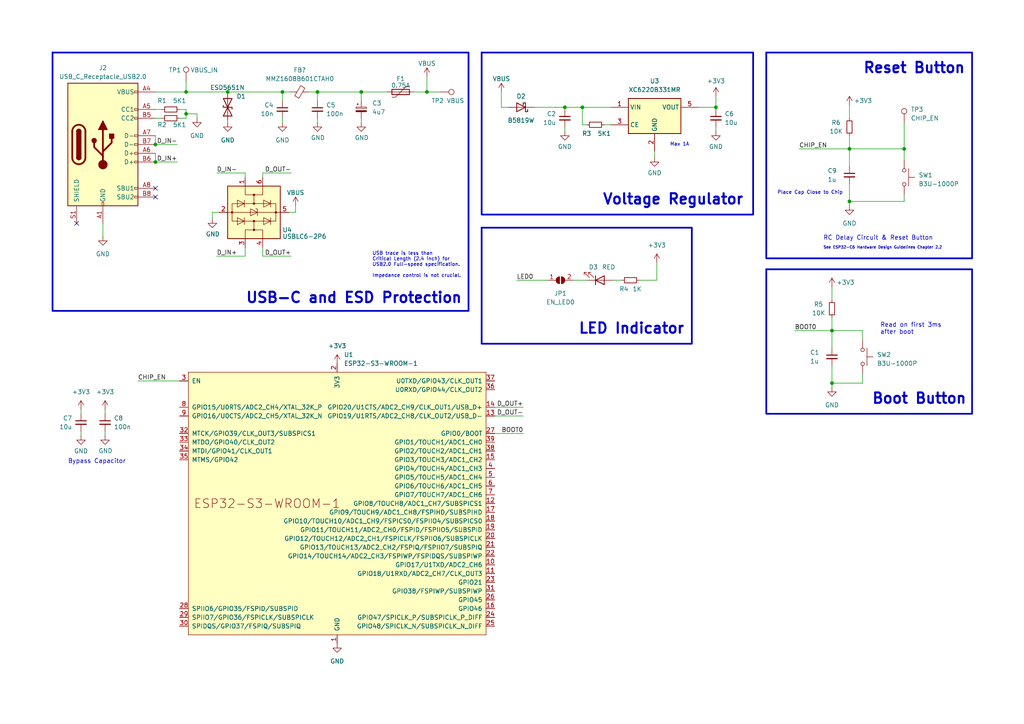
<source format=kicad_sch>
(kicad_sch (version 20230121) (generator eeschema)
  (paper "A4")
  (title_block (title "PETB1A") (date "2024-02-19") (rev "1") (company "Teapot Laboratories"))
  (lib_symbols
    (symbol "Connector:TestPoint" (pin_numbers hide) (pin_names (offset 0.762) hide)
      (property "Reference" "TP" (at 0 6.858 0))
      (property "Value" "TestPoint" (at 0 5.08 0))
      (symbol "TestPoint_0_1"
        (circle (center 0 3.302) (radius 0.762))
      )
      (symbol "TestPoint_1_1"
        (pin passive line (at 0 0 90) (length 2.54) (name "1") (number "1"))
      )
    )
    (symbol "Connector:USB_C_Receptacle_USB2.0" (pin_names (offset 1.016))
      (property "Reference" "J" (at -10.16 19.05 0))
      (property "Value" "USB_C_Receptacle_USB2.0" (at 19.05 19.05 0))
      (symbol "USB_C_Receptacle_USB2.0_0_0"
        (rectangle (start -0.254 -17.78) (end 0.254 -16.764))
        (rectangle (start 10.16 -14.986) (end 9.144 -15.494))
        (rectangle (start 10.16 -12.446) (end 9.144 -12.954))
        (rectangle (start 10.16 -4.826) (end 9.144 -5.334))
        (rectangle (start 10.16 -2.286) (end 9.144 -2.794))
        (rectangle (start 10.16 0.254) (end 9.144 -0.254))
        (rectangle (start 10.16 2.794) (end 9.144 2.286))
        (rectangle (start 10.16 7.874) (end 9.144 7.366))
        (rectangle (start 10.16 10.414) (end 9.144 9.906))
        (rectangle (start 10.16 15.494) (end 9.144 14.986))
      )
      (symbol "USB_C_Receptacle_USB2.0_0_1"
        (rectangle (start -10.16 17.78) (end 10.16 -17.78) (stroke (width 0.254)) (fill (type background)))
        (arc (start -8.89 -3.81) (mid -6.985 -5.7067) (end -5.08 -3.81) (stroke (width 0.508)))
        (arc (start -7.62 -3.81) (mid -6.985 -4.4423) (end -6.35 -3.81) (stroke (width 0.254)))
        (arc (start -7.62 -3.81) (mid -6.985 -4.4423) (end -6.35 -3.81) (stroke (width 0.254)) (fill (type outline)))
        (rectangle (start -7.62 -3.81) (end -6.35 3.81) (stroke (width 0.254)) (fill (type outline)))
        (arc (start -6.35 3.81) (mid -6.985 4.4423) (end -7.62 3.81) (stroke (width 0.254)))
        (arc (start -6.35 3.81) (mid -6.985 4.4423) (end -7.62 3.81) (stroke (width 0.254)) (fill (type outline)))
        (arc (start -5.08 3.81) (mid -6.985 5.7067) (end -8.89 3.81) (stroke (width 0.508)))
        (circle (center -2.54 1.143) (radius 0.635) (stroke (width 0.254)) (fill (type outline)))
        (circle (center 0 -5.842) (radius 1.27) (fill (type outline)))
        (polyline (pts (xy -8.89 -3.81) (xy -8.89 3.81)) (stroke (width 0.508)))
        (polyline (pts (xy -5.08 3.81) (xy -5.08 -3.81)) (stroke (width 0.508)))
        (polyline (pts (xy 0 -5.842) (xy 0 4.318)) (stroke (width 0.508)))
        (polyline (pts (xy 0 -3.302) (xy -2.54 -0.762) (xy -2.54 0.508)) (stroke (width 0.508)))
        (polyline (pts (xy 0 -2.032) (xy 2.54 0.508) (xy 2.54 1.778)) (stroke (width 0.508)))
        (polyline (pts (xy -1.27 4.318) (xy 0 6.858) (xy 1.27 4.318) (xy -1.27 4.318)) (stroke (width 0.254)) (fill (type outline)))
        (rectangle (start 1.905 1.778) (end 3.175 3.048) (stroke (width 0.254)) (fill (type outline)))
      )
      (symbol "USB_C_Receptacle_USB2.0_1_1"
        (pin passive line (at 0 -22.86 90) (length 5.08) (name "GND") (number "A1"))
        (pin passive line (at 0 -22.86 90) (length 5.08) hide (name "GND") (number "A12"))
        (pin passive line (at 15.24 15.24 180) (length 5.08) (name "VBUS") (number "A4"))
        (pin bidirectional line (at 15.24 10.16 180) (length 5.08) (name "CC1") (number "A5"))
        (pin bidirectional line (at 15.24 -2.54 180) (length 5.08) (name "D+") (number "A6"))
        (pin bidirectional line (at 15.24 2.54 180) (length 5.08) (name "D-") (number "A7"))
        (pin bidirectional line (at 15.24 -12.7 180) (length 5.08) (name "SBU1") (number "A8"))
        (pin passive line (at 15.24 15.24 180) (length 5.08) hide (name "VBUS") (number "A9"))
        (pin passive line (at 0 -22.86 90) (length 5.08) hide (name "GND") (number "B1"))
        (pin passive line (at 0 -22.86 90) (length 5.08) hide (name "GND") (number "B12"))
        (pin passive line (at 15.24 15.24 180) (length 5.08) hide (name "VBUS") (number "B4"))
        (pin bidirectional line (at 15.24 7.62 180) (length 5.08) (name "CC2") (number "B5"))
        (pin bidirectional line (at 15.24 -5.08 180) (length 5.08) (name "D+") (number "B6"))
        (pin bidirectional line (at 15.24 0 180) (length 5.08) (name "D-") (number "B7"))
        (pin bidirectional line (at 15.24 -15.24 180) (length 5.08) (name "SBU2") (number "B8"))
        (pin passive line (at 15.24 15.24 180) (length 5.08) hide (name "VBUS") (number "B9"))
        (pin passive line (at -7.62 -22.86 90) (length 5.08) (name "SHIELD") (number "S1"))
      )
    )
    (symbol "Device:C_Polarized_Small" (pin_numbers hide) (pin_names (offset 0.254) hide)
      (property "Reference" "C" (at 0.254 1.778 0))
      (property "Value" "C_Polarized_Small" (at 0.254 -2.032 0))
      (symbol "C_Polarized_Small_0_1"
        (rectangle (start -1.524 -0.3048) (end 1.524 -0.6858) (fill (type outline)))
        (rectangle (start -1.524 0.6858) (end 1.524 0.3048))
        (polyline (pts (xy -1.27 1.524) (xy -0.762 1.524)))
        (polyline (pts (xy -1.016 1.27) (xy -1.016 1.778)))
      )
      (symbol "C_Polarized_Small_1_1"
        (pin passive line (at 0 2.54 270) (length 1.8542) (name "~") (number "1"))
        (pin passive line (at 0 -2.54 90) (length 1.8542) (name "~") (number "2"))
      )
    )
    (symbol "Device:C_Small" (pin_numbers hide) (pin_names (offset 0.254) hide)
      (property "Reference" "C" (at 0.254 1.778 0))
      (property "Value" "C_Small" (at 0.254 -2.032 0))
      (symbol "C_Small_0_1"
        (polyline (pts (xy -1.524 -0.508) (xy 1.524 -0.508)) (stroke (width 0.3302)))
        (polyline (pts (xy -1.524 0.508) (xy 1.524 0.508)) (stroke (width 0.3048)))
      )
      (symbol "C_Small_1_1"
        (pin passive line (at 0 2.54 270) (length 2.032) (name "~") (number "1"))
        (pin passive line (at 0 -2.54 90) (length 2.032) (name "~") (number "2"))
      )
    )
    (symbol "Device:D_TVS" (pin_numbers hide) (pin_names (offset 1.016) hide)
      (property "Reference" "D" (at 0 2.54 0))
      (property "Value" "D_TVS" (at 0 -2.54 0))
      (symbol "D_TVS_0_1"
        (polyline (pts (xy 1.27 0) (xy -1.27 0)))
        (polyline (pts (xy 0.508 1.27) (xy 0 1.27) (xy 0 -1.27) (xy -0.508 -1.27)) (stroke (width 0.254)))
        (polyline (pts (xy -2.54 1.27) (xy -2.54 -1.27) (xy 2.54 1.27) (xy 2.54 -1.27) (xy -2.54 1.27)) (stroke (width 0.254)))
      )
      (symbol "D_TVS_1_1"
        (pin passive line (at -3.81 0 0) (length 2.54) (name "A1") (number "1"))
        (pin passive line (at 3.81 0 180) (length 2.54) (name "A2") (number "2"))
      )
    )
    (symbol "Device:FerriteBead_Small" (pin_numbers hide) (pin_names (offset 0))
      (property "Reference" "FB" (at 1.905 1.27 0))
      (property "Value" "FerriteBead_Small" (at 1.905 -1.27 0))
      (symbol "FerriteBead_Small_0_1"
        (polyline (pts (xy 0 -1.27) (xy 0 -0.7874)))
        (polyline (pts (xy 0 0.889) (xy 0 1.2954)))
        (polyline (pts (xy -1.8288 0.2794) (xy -1.1176 1.4986) (xy 1.8288 -0.2032) (xy 1.1176 -1.4224) (xy -1.8288 0.2794)))
      )
      (symbol "FerriteBead_Small_1_1"
        (pin passive line (at 0 2.54 270) (length 1.27) (name "~") (number "1"))
        (pin passive line (at 0 -2.54 90) (length 1.27) (name "~") (number "2"))
      )
    )
    (symbol "Device:LED" (pin_numbers hide) (pin_names (offset 1.016) hide)
      (property "Reference" "D" (at 0 2.54 0))
      (property "Value" "LED" (at 0 -2.54 0))
      (symbol "LED_0_1"
        (polyline (pts (xy -1.27 -1.27) (xy -1.27 1.27)) (stroke (width 0.254)))
        (polyline (pts (xy -1.27 0) (xy 1.27 0)))
        (polyline (pts (xy 1.27 -1.27) (xy 1.27 1.27) (xy -1.27 0) (xy 1.27 -1.27)) (stroke (width 0.254)))
        (polyline (pts (xy -3.048 -0.762) (xy -4.572 -2.286) (xy -3.81 -2.286) (xy -4.572 -2.286) (xy -4.572 -1.524)))
        (polyline (pts (xy -1.778 -0.762) (xy -3.302 -2.286) (xy -2.54 -2.286) (xy -3.302 -2.286) (xy -3.302 -1.524)))
      )
      (symbol "LED_1_1"
        (pin passive line (at -3.81 0 0) (length 2.54) (name "K") (number "1"))
        (pin passive line (at 3.81 0 180) (length 2.54) (name "A") (number "2"))
      )
    )
    (symbol "Device:Polyfuse" (pin_numbers hide) (pin_names (offset 0))
      (property "Reference" "F" (at -2.54 0 90))
      (property "Value" "Polyfuse" (at 2.54 0 90))
      (symbol "Polyfuse_0_1"
        (rectangle (start -0.762 2.54) (end 0.762 -2.54) (stroke (width 0.254)))
        (polyline (pts (xy 0 2.54) (xy 0 -2.54)))
        (polyline (pts (xy -1.524 2.54) (xy -1.524 1.524) (xy 1.524 -1.524) (xy 1.524 -2.54)))
      )
      (symbol "Polyfuse_1_1"
        (pin passive line (at 0 3.81 270) (length 1.27) (name "~") (number "1"))
        (pin passive line (at 0 -3.81 90) (length 1.27) (name "~") (number "2"))
      )
    )
    (symbol "Device:R_Small" (pin_numbers hide) (pin_names (offset 0.254) hide)
      (property "Reference" "R" (at 0.762 0.508 0))
      (property "Value" "R_Small" (at 0.762 -1.016 0))
      (symbol "R_Small_0_1"
        (rectangle (start -0.762 1.778) (end 0.762 -1.778) (stroke (width 0.2032)))
      )
      (symbol "R_Small_1_1"
        (pin passive line (at 0 2.54 270) (length 0.762) (name "~") (number "1"))
        (pin passive line (at 0 -2.54 90) (length 0.762) (name "~") (number "2"))
      )
    )
    (symbol "Diode:MBR0540" (pin_numbers hide) (pin_names (offset 1.016) hide)
      (property "Reference" "D" (at 0 2.54 0))
      (property "Value" "MBR0540" (at 0 -2.54 0))
      (symbol "MBR0540_0_1"
        (polyline (pts (xy 1.27 0) (xy -1.27 0)))
        (polyline (pts (xy 1.27 1.27) (xy 1.27 -1.27) (xy -1.27 0) (xy 1.27 1.27)) (stroke (width 0.254)))
        (polyline (pts (xy -1.905 0.635) (xy -1.905 1.27) (xy -1.27 1.27) (xy -1.27 -1.27) (xy -0.635 -1.27) (xy -0.635 -0.635)) (stroke (width 0.254)))
      )
      (symbol "MBR0540_1_1"
        (pin passive line (at -3.81 0 0) (length 2.54) (name "K") (number "1"))
        (pin passive line (at 3.81 0 180) (length 2.54) (name "A") (number "2"))
      )
    )
    (symbol "Espressif:ESP32-S3-WROOM-1" (pin_names (offset 1.016))
      (property "Reference" "U" (at -43.18 43.18 0))
      (property "Value" "ESP32-S3-WROOM-1" (at -43.18 40.64 0))
      (symbol "ESP32-S3-WROOM-1_0_0"
        (text "ESP32-S3-WROOM-1" (at -20.32 0 0) (effects (font (size 2.54 2.54))))
        (pin power_in line (at 0 -40.64 90) (length 2.54) (name "GND") (number "1"))
        (pin bidirectional line (at 45.72 -17.78 180) (length 2.54) (name "GPIO17/U1TXD/ADC2_CH6") (number "10"))
        (pin bidirectional line (at 45.72 -20.32 180) (length 2.54) (name "GPIO18/U1RXD/ADC2_CH7/CLK_OUT3") (number "11"))
        (pin bidirectional line (at 45.72 0 180) (length 2.54) (name "GPIO8/TOUCH8/ADC1_CH7/SUBSPICS1") (number "12"))
        (pin bidirectional line (at 45.72 25.4 180) (length 2.54) (name "GPIO19/U1RTS/ADC2_CH8/CLK_OUT2/USB_D-") (number "13"))
        (pin bidirectional line (at 45.72 27.94 180) (length 2.54) (name "GPIO20/U1CTS/ADC2_CH9/CLK_OUT1/USB_D+") (number "14"))
        (pin bidirectional line (at 45.72 12.7 180) (length 2.54) (name "GPIO3/TOUCH3/ADC1_CH2") (number "15"))
        (pin bidirectional line (at 45.72 -30.48 180) (length 2.54) (name "GPIO46") (number "16"))
        (pin bidirectional line (at 45.72 -2.54 180) (length 2.54) (name "GPIO9/TOUCH9/ADC1_CH8/FSPIHD/SUBSPIHD") (number "17"))
        (pin bidirectional line (at 45.72 -5.08 180) (length 2.54) (name "GPIO10/TOUCH10/ADC1_CH9/FSPICS0/FSPIIO4/SUBSPICS0") (number "18"))
        (pin bidirectional line (at 45.72 -7.62 180) (length 2.54) (name "GPIO11/TOUCH11/ADC2_CH0/FSPID/FSPIIO5/SUBSPID") (number "19"))
        (pin power_in line (at 0 40.64 270) (length 2.54) (name "3V3") (number "2"))
        (pin bidirectional line (at 45.72 -10.16 180) (length 2.54) (name "GPIO12/TOUCH12/ADC2_CH1/FSPICLK/FSPIIO6/SUBSPICLK") (number "20"))
        (pin bidirectional line (at 45.72 -12.7 180) (length 2.54) (name "GPIO13/TOUCH13/ADC2_CH2/FSPIQ/FSPIIO7/SUBSPIQ") (number "21"))
        (pin bidirectional line (at 45.72 -15.24 180) (length 2.54) (name "GPIO14/TOUCH14/ADC2_CH3/FSPIWP/FSPIDQS/SUBSPIWP") (number "22"))
        (pin bidirectional line (at 45.72 -22.86 180) (length 2.54) (name "GPIO21") (number "23"))
        (pin bidirectional line (at 45.72 -33.02 180) (length 2.54) (name "GPIO47/SPICLK_P/SUBSPICLK_P_DIFF") (number "24"))
        (pin bidirectional line (at 45.72 -35.56 180) (length 2.54) (name "GPIO48/SPICLK_N/SUBSPICLK_N_DIFF") (number "25"))
        (pin bidirectional line (at 45.72 -27.94 180) (length 2.54) (name "GPIO45") (number "26"))
        (pin bidirectional line (at 45.72 20.32 180) (length 2.54) (name "GPIO0/BOOT") (number "27"))
        (pin bidirectional line (at -45.72 -30.48 0) (length 2.54) (name "SPIIO6/GPIO35/FSPID/SUBSPID") (number "28"))
        (pin bidirectional line (at -45.72 -33.02 0) (length 2.54) (name "SPIIO7/GPIO36/FSPICLK/SUBSPICLK") (number "29"))
        (pin input line (at -45.72 35.56 0) (length 2.54) (name "EN") (number "3"))
        (pin bidirectional line (at -45.72 -35.56 0) (length 2.54) (name "SPIDQS/GPIO37/FSPIQ/SUBSPIQ") (number "30"))
        (pin bidirectional line (at 45.72 -25.4 180) (length 2.54) (name "GPIO38/FSPIWP/SUBSPIWP") (number "31"))
        (pin bidirectional line (at -45.72 20.32 0) (length 2.54) (name "MTCK/GPIO39/CLK_OUT3/SUBSPICS1") (number "32"))
        (pin bidirectional line (at -45.72 17.78 0) (length 2.54) (name "MTDO/GPIO40/CLK_OUT2") (number "33"))
        (pin bidirectional line (at -45.72 15.24 0) (length 2.54) (name "MTDI/GPIO41/CLK_OUT1") (number "34"))
        (pin bidirectional line (at -45.72 12.7 0) (length 2.54) (name "MTMS/GPIO42") (number "35"))
        (pin bidirectional line (at 45.72 33.02 180) (length 2.54) (name "U0RXD/GPIO44/CLK_OUT2") (number "36"))
        (pin bidirectional line (at 45.72 35.56 180) (length 2.54) (name "U0TXD/GPIO43/CLK_OUT1") (number "37"))
        (pin bidirectional line (at 45.72 15.24 180) (length 2.54) (name "GPIO2/TOUCH2/ADC1_CH1") (number "38"))
        (pin bidirectional line (at 45.72 17.78 180) (length 2.54) (name "GPIO1/TOUCH1/ADC1_CH0") (number "39"))
        (pin bidirectional line (at 45.72 10.16 180) (length 2.54) (name "GPIO4/TOUCH4/ADC1_CH3") (number "4"))
        (pin passive line (at 0 -40.64 90) (length 2.54) hide (name "GND") (number "40"))
        (pin passive line (at 0 -40.64 90) (length 2.54) hide (name "GND") (number "41"))
        (pin bidirectional line (at 45.72 7.62 180) (length 2.54) (name "GPIO5/TOUCH5/ADC1_CH4") (number "5"))
        (pin bidirectional line (at 45.72 5.08 180) (length 2.54) (name "GPIO6/TOUCH6/ADC1_CH5") (number "6"))
        (pin bidirectional line (at 45.72 2.54 180) (length 2.54) (name "GPIO7/TOUCH7/ADC1_CH6") (number "7"))
        (pin bidirectional line (at -45.72 27.94 0) (length 2.54) (name "GPIO15/U0RTS/ADC2_CH4/XTAL_32K_P") (number "8"))
        (pin bidirectional line (at -45.72 25.4 0) (length 2.54) (name "GPIO16/U0CTS/ADC2_CH5/XTAL_32K_N") (number "9"))
      )
      (symbol "ESP32-S3-WROOM-1_0_1"
        (rectangle (start -43.18 38.1) (end 43.18 -38.1) (fill (type background)))
      )
    )
    (symbol "GND_1" (power) (pin_names (offset 0))
      (property "Value" "GND_1" (at 0 -3.81 0))
      (symbol "GND_1_0_1"
        (polyline (pts (xy 0 0) (xy 0 -1.27) (xy 1.27 -1.27) (xy 0 -2.54) (xy -1.27 -1.27) (xy 0 -1.27)))
      )
      (symbol "GND_1_1_1"
        (pin power_in line (at 0 0 270) (length 0) hide (name "GND") (number "1"))
      )
    )
    (symbol "Jumper:SolderJumper_2_Open" (pin_names (offset 0) hide)
      (property "Reference" "JP" (at 0 2.032 0))
      (property "Value" "SolderJumper_2_Open" (at 0 -2.54 0))
      (symbol "SolderJumper_2_Open_0_1"
        (arc (start -0.254 1.016) (mid -1.2656 0) (end -0.254 -1.016))
        (arc (start -0.254 1.016) (mid -1.2656 0) (end -0.254 -1.016) (fill (type outline)))
        (polyline (pts (xy -0.254 1.016) (xy -0.254 -1.016)))
        (polyline (pts (xy 0.254 1.016) (xy 0.254 -1.016)))
        (arc (start 0.254 -1.016) (mid 1.2656 0) (end 0.254 1.016))
        (arc (start 0.254 -1.016) (mid 1.2656 0) (end 0.254 1.016) (fill (type outline)))
      )
      (symbol "SolderJumper_2_Open_1_1"
        (pin passive line (at -3.81 0 0) (length 2.54) (name "A") (number "1"))
        (pin passive line (at 3.81 0 180) (length 2.54) (name "B") (number "2"))
      )
    )
    (symbol "Power_Protection:USBLC6-2P6" (pin_names hide)
      (property "Reference" "U" (at 2.54 8.89 0))
      (property "Value" "USBLC6-2P6" (at 2.54 -8.89 0))
      (symbol "USBLC6-2P6_0_1"
        (rectangle (start -7.62 -7.62) (end 7.62 7.62) (stroke (width 0.254)) (fill (type background)))
        (circle (center -5.08 0) (radius 0.254) (fill (type outline)))
        (circle (center -2.54 0) (radius 0.254) (fill (type outline)))
        (rectangle (start -2.54 6.35) (end 2.54 -6.35))
        (circle (center 0 -6.35) (radius 0.254) (fill (type outline)))
        (polyline (pts (xy -5.08 -2.54) (xy -7.62 -2.54)))
        (polyline (pts (xy -5.08 0) (xy -5.08 -2.54)))
        (polyline (pts (xy -5.08 2.54) (xy -7.62 2.54)))
        (polyline (pts (xy -1.524 -2.794) (xy -3.556 -2.794)))
        (polyline (pts (xy -1.524 4.826) (xy -3.556 4.826)))
        (polyline (pts (xy 0 -7.62) (xy 0 -6.35)))
        (polyline (pts (xy 0 -6.35) (xy 0 1.27)))
        (polyline (pts (xy 0 1.27) (xy 0 6.35)))
        (polyline (pts (xy 0 6.35) (xy 0 7.62)))
        (polyline (pts (xy 1.524 -2.794) (xy 3.556 -2.794)))
        (polyline (pts (xy 1.524 4.826) (xy 3.556 4.826)))
        (polyline (pts (xy 5.08 -2.54) (xy 7.62 -2.54)))
        (polyline (pts (xy 5.08 0) (xy 5.08 -2.54)))
        (polyline (pts (xy 5.08 2.54) (xy 7.62 2.54)))
        (polyline (pts (xy -2.54 0) (xy -5.08 0) (xy -5.08 2.54)))
        (polyline (pts (xy 2.54 0) (xy 5.08 0) (xy 5.08 2.54)))
        (polyline (pts (xy -3.556 -4.826) (xy -1.524 -4.826) (xy -2.54 -2.794) (xy -3.556 -4.826)))
        (polyline (pts (xy -3.556 2.794) (xy -1.524 2.794) (xy -2.54 4.826) (xy -3.556 2.794)))
        (polyline (pts (xy -1.016 -1.016) (xy 1.016 -1.016) (xy 0 1.016) (xy -1.016 -1.016)))
        (polyline (pts (xy 1.016 1.016) (xy 0.762 1.016) (xy -1.016 1.016) (xy -1.016 0.508)))
        (polyline (pts (xy 3.556 -4.826) (xy 1.524 -4.826) (xy 2.54 -2.794) (xy 3.556 -4.826)))
        (polyline (pts (xy 3.556 2.794) (xy 1.524 2.794) (xy 2.54 4.826) (xy 3.556 2.794)))
        (circle (center 0 6.35) (radius 0.254) (fill (type outline)))
        (circle (center 2.54 0) (radius 0.254) (fill (type outline)))
        (circle (center 5.08 0) (radius 0.254) (fill (type outline)))
      )
      (symbol "USBLC6-2P6_1_1"
        (pin passive line (at -10.16 -2.54 0) (length 2.54) (name "I/O1") (number "1"))
        (pin passive line (at 0 -10.16 90) (length 2.54) (name "GND") (number "2"))
        (pin passive line (at 10.16 -2.54 180) (length 2.54) (name "I/O2") (number "3"))
        (pin passive line (at 10.16 2.54 180) (length 2.54) (name "I/O2") (number "4"))
        (pin passive line (at 0 10.16 270) (length 2.54) (name "VBUS") (number "5"))
        (pin passive line (at -10.16 2.54 0) (length 2.54) (name "I/O1") (number "6"))
      )
    )
    (symbol "Regulator_Linear:XC6220B331MR"
      (property "Reference" "U" (at 0 8.89 0))
      (property "Value" "XC6220B331MR" (at 0 6.35 0))
      (symbol "XC6220B331MR_0_1"
        (rectangle (start -7.62 5.08) (end 7.62 -5.08) (stroke (width 0.254)) (fill (type background)))
      )
      (symbol "XC6220B331MR_1_1"
        (pin power_in line (at -12.7 2.54 0) (length 5.08) (name "VIN") (number "1"))
        (pin power_in line (at 0 -10.16 90) (length 5.08) (name "GND") (number "2"))
        (pin input line (at -12.7 -2.54 0) (length 5.08) (name "CE") (number "3"))
        (pin no_connect line (at 7.62 -2.54 180) (length 5.08) hide (name "NC") (number "4"))
        (pin power_out line (at 12.7 2.54 180) (length 5.08) (name "VOUT") (number "5"))
      )
    )
    (symbol "Switch:SW_Push" (pin_numbers hide) (pin_names (offset 1.016) hide)
      (property "Reference" "SW" (at 1.27 2.54 0))
      (property "Value" "SW_Push" (at 0 -1.524 0))
      (symbol "SW_Push_0_1"
        (circle (center -2.032 0) (radius 0.508))
        (polyline (pts (xy 0 1.27) (xy 0 3.048)))
        (polyline (pts (xy 2.54 1.27) (xy -2.54 1.27)))
        (circle (center 2.032 0) (radius 0.508))
        (pin passive line (at -5.08 0 0) (length 2.54) (name "1") (number "1"))
        (pin passive line (at 5.08 0 180) (length 2.54) (name "2") (number "2"))
      )
    )
    (symbol "power:+3V3" (power) (pin_names (offset 0))
      (property "Value" "+3V3" (at 0 3.556 0))
      (symbol "+3V3_0_1"
        (polyline (pts (xy -0.762 1.27) (xy 0 2.54)))
        (polyline (pts (xy 0 0) (xy 0 2.54)))
        (polyline (pts (xy 0 2.54) (xy 0.762 1.27)))
      )
      (symbol "+3V3_1_1"
        (pin power_in line (at 0 0 90) (length 0) hide (name "+3V3") (number "1"))
      )
    )
    (symbol "power:GND" (power) (pin_names (offset 0))
      (property "Value" "GND" (at 0 -3.81 0))
      (symbol "GND_0_1"
        (polyline (pts (xy 0 0) (xy 0 -1.27) (xy 1.27 -1.27) (xy 0 -2.54) (xy -1.27 -1.27) (xy 0 -1.27)))
      )
      (symbol "GND_1_1"
        (pin power_in line (at 0 0 270) (length 0) hide (name "GND") (number "1"))
      )
    )
    (symbol "power:VBUS" (power) (pin_names (offset 0))
      (property "Value" "VBUS" (at 0 3.81 0))
      (symbol "VBUS_0_1"
        (polyline (pts (xy -0.762 1.27) (xy 0 2.54)))
        (polyline (pts (xy 0 0) (xy 0 2.54)))
        (polyline (pts (xy 0 2.54) (xy 0.762 1.27)))
      )
      (symbol "VBUS_1_1"
        (pin power_in line (at 0 0 90) (length 0) hide (name "VBUS") (number "1"))
      )
    )
  )
  (junction (at 123.825 26.67))
  (junction (at 207.645 31.115))
  (junction (at 246.38 43.18))
  (junction (at 45.085 46.99))
  (junction (at 241.3 111.125))
  (junction (at 66.04 26.67))
  (junction (at 104.775 26.67))
  (junction (at 241.3 95.885))
  (junction (at 92.075 26.67))
  (junction (at 45.085 41.91))
  (junction (at 163.83 31.115))
  (junction (at 262.255 43.18))
  (junction (at 246.38 58.42))
  (junction (at 168.91 31.115))
  (junction (at 53.975 33.02))
  (junction (at 53.975 26.67))
  (junction (at 81.915 26.67))
  (no_connect (at 45.085 57.15))
  (no_connect (at 22.225 64.77))
  (no_connect (at 45.085 54.61))
  (wire (pts (xy 143.51 125.73) (xy 151.765 125.73)))
  (wire (pts (xy 145.415 26.67) (xy 145.415 31.115)))
  (wire (pts (xy 81.915 26.67) (xy 84.455 26.67)))
  (wire (pts (xy 104.775 29.21) (xy 104.775 26.67)))
  (wire (pts (xy 241.3 95.885) (xy 250.19 95.885)))
  (wire (pts (xy 190.5 76.2) (xy 190.5 81.28)))
  (wire (pts (xy 71.12 71.755) (xy 71.12 74.295)))
  (wire (pts (xy 246.38 53.34) (xy 246.38 58.42)))
  (wire (pts (xy 45.085 41.91) (xy 51.435 41.91)))
  (wire (pts (xy 123.825 22.225) (xy 123.825 26.67)))
  (wire (pts (xy 123.825 26.67) (xy 127.635 26.67)))
  (wire (pts (xy 76.2 74.295) (xy 84.455 74.295)))
  (wire (pts (xy 143.51 118.11) (xy 151.765 118.11)))
  (wire (pts (xy 145.415 31.115) (xy 147.32 31.115)))
  (wire (pts (xy 89.535 26.67) (xy 92.075 26.67)))
  (wire (pts (xy 66.04 26.67) (xy 81.915 26.67)))
  (wire (pts (xy 168.91 31.115) (xy 177.165 31.115)))
  (wire (pts (xy 149.86 81.28) (xy 158.75 81.28)))
  (wire (pts (xy 45.085 34.29) (xy 46.99 34.29)))
  (wire (pts (xy 250.19 108.585) (xy 250.19 111.125)))
  (wire (pts (xy 81.915 26.67) (xy 81.915 29.21)))
  (wire (pts (xy 57.15 33.02) (xy 57.15 34.29)))
  (wire (pts (xy 30.48 125.095) (xy 30.48 126.365)))
  (wire (pts (xy 62.865 74.295) (xy 71.12 74.295)))
  (wire (pts (xy 63.5 61.595) (xy 61.595 61.595)))
  (wire (pts (xy 262.255 43.18) (xy 262.255 46.355)))
  (wire (pts (xy 85.725 61.595) (xy 83.82 61.595)))
  (wire (pts (xy 45.085 26.67) (xy 53.975 26.67)))
  (wire (pts (xy 202.565 31.115) (xy 207.645 31.115)))
  (wire (pts (xy 92.075 26.67) (xy 92.075 29.21)))
  (wire (pts (xy 53.975 33.02) (xy 57.15 33.02)))
  (wire (pts (xy 246.38 43.18) (xy 246.38 39.37)))
  (wire (pts (xy 231.775 43.18) (xy 246.38 43.18)))
  (wire (pts (xy 53.975 34.29) (xy 52.07 34.29)))
  (wire (pts (xy 250.19 95.885) (xy 250.19 98.425)))
  (wire (pts (xy 154.94 31.115) (xy 163.83 31.115)))
  (wire (pts (xy 120.015 26.67) (xy 123.825 26.67)))
  (wire (pts (xy 92.075 26.67) (xy 104.775 26.67)))
  (wire (pts (xy 143.51 120.65) (xy 151.765 120.65)))
  (wire (pts (xy 207.645 36.83) (xy 207.645 38.1)))
  (wire (pts (xy 262.255 56.515) (xy 262.255 58.42)))
  (wire (pts (xy 207.645 27.94) (xy 207.645 31.115)))
  (wire (pts (xy 76.2 50.165) (xy 76.2 51.435)))
  (wire (pts (xy 23.495 118.745) (xy 23.495 120.015)))
  (wire (pts (xy 241.3 111.125) (xy 241.3 112.395)))
  (wire (pts (xy 53.975 26.67) (xy 66.04 26.67)))
  (wire (pts (xy 163.83 31.115) (xy 163.83 31.75)))
  (wire (pts (xy 168.91 31.115) (xy 168.91 36.195)))
  (wire (pts (xy 241.3 83.185) (xy 241.3 86.995)))
  (wire (pts (xy 85.725 61.595) (xy 85.725 59.69)))
  (wire (pts (xy 29.845 64.77) (xy 29.845 68.58)))
  (wire (pts (xy 66.04 34.925) (xy 66.04 35.56)))
  (wire (pts (xy 246.38 58.42) (xy 262.255 58.42)))
  (wire (pts (xy 23.495 125.095) (xy 23.495 126.365)))
  (wire (pts (xy 246.38 43.18) (xy 246.38 48.26)))
  (wire (pts (xy 175.26 36.195) (xy 177.165 36.195)))
  (wire (pts (xy 170.18 36.195) (xy 168.91 36.195)))
  (wire (pts (xy 45.085 46.99) (xy 51.435 46.99)))
  (wire (pts (xy 104.775 34.29) (xy 104.775 35.56)))
  (wire (pts (xy 207.645 31.115) (xy 207.645 31.75)))
  (wire (pts (xy 53.975 23.495) (xy 53.975 26.67)))
  (wire (pts (xy 71.12 50.165) (xy 62.865 50.165)))
  (wire (pts (xy 66.04 26.67) (xy 66.04 27.305)))
  (wire (pts (xy 40.005 110.49) (xy 52.07 110.49)))
  (wire (pts (xy 45.085 39.37) (xy 45.085 41.91)))
  (wire (pts (xy 52.07 31.75) (xy 53.975 31.75)))
  (wire (pts (xy 104.775 26.67) (xy 112.395 26.67)))
  (wire (pts (xy 246.38 30.48) (xy 246.38 34.29)))
  (wire (pts (xy 163.83 36.83) (xy 163.83 38.1)))
  (wire (pts (xy 241.3 111.125) (xy 250.19 111.125)))
  (wire (pts (xy 241.3 95.885) (xy 241.3 100.965)))
  (wire (pts (xy 262.255 35.56) (xy 262.255 43.18)))
  (wire (pts (xy 189.865 43.815) (xy 189.865 45.72)))
  (wire (pts (xy 71.12 50.165) (xy 71.12 51.435)))
  (wire (pts (xy 76.2 71.755) (xy 76.2 74.295)))
  (wire (pts (xy 53.975 33.02) (xy 53.975 34.29)))
  (wire (pts (xy 76.2 50.165) (xy 84.455 50.165)))
  (wire (pts (xy 61.595 61.595) (xy 61.595 63.5)))
  (wire (pts (xy 92.075 34.29) (xy 92.075 35.56)))
  (wire (pts (xy 45.085 31.75) (xy 46.99 31.75)))
  (wire (pts (xy 45.085 44.45) (xy 45.085 46.99)))
  (wire (pts (xy 241.3 95.885) (xy 241.3 92.075)))
  (wire (pts (xy 166.37 81.28) (xy 170.18 81.28)))
  (wire (pts (xy 246.38 58.42) (xy 246.38 59.69)))
  (wire (pts (xy 163.83 31.115) (xy 168.91 31.115)))
  (wire (pts (xy 241.3 106.045) (xy 241.3 111.125)))
  (wire (pts (xy 53.975 31.75) (xy 53.975 33.02)))
  (wire (pts (xy 81.915 34.29) (xy 81.915 35.56)))
  (wire (pts (xy 185.42 81.28) (xy 190.5 81.28)))
  (wire (pts (xy 246.38 43.18) (xy 262.255 43.18)))
  (wire (pts (xy 177.8 81.28) (xy 180.34 81.28)))
  (wire (pts (xy 230.505 95.885) (xy 241.3 95.885)))
  (wire (pts (xy 30.48 118.745) (xy 30.48 120.015)))
  (rectangle (start 222.25 78.105) (end 281.94 120.015) (stroke (width 0.5)))
  (rectangle (start 222.25 15.24) (end 281.94 74.93) (stroke (width 0.5)))
  (rectangle (start 15.24 15.24) (end 135.89 90.17) (stroke (width 0.5)))
  (rectangle (start 139.7 66.04) (end 200.66 99.695) (stroke (width 0.5)))
  (rectangle (start 139.7 15.24) (end 218.44 62.23) (stroke (width 0.5)))
  (text "LED Indicator" (at 167.64 97.155 0) (effects (font (size 3 3) (thickness 0.6) bold) (justify left bottom)))
  (text "Max 1A" (at 194.31 42.545 0) (effects (font (size 1 1)) (justify left bottom)))
  (text "RC Delay Circuit & Reset Button" (at 238.76 69.85 0) (effects (font (size 1.27 1.27)) (justify left bottom)))
  (text "Boot Button" (at 252.73 117.475 0) (effects (font (size 3 3) (thickness 0.6) bold) (justify left bottom)))
  (text "Reset Button" (at 250.19 21.59 0) (effects (font (size 3 3) (thickness 0.6) bold) (justify left bottom)))
  (text "Place Cap Close to Chip" (at 244.475 56.515 0) (effects (font (size 1 1)) (justify right bottom)))
  (text "USB trace is less than \nCritical Length (2.4 inch) for\nUSB2.0 Full-speed specification.\n\nImpedance control is not crucial." (at 107.95 80.645 0) (effects (font (size 1 1)) (justify left bottom)))
  (text "Bypass Capacitor" (at 19.685 134.62 0) (effects (font (size 1.27 1.27)) (justify left bottom)))
  (text "USB-C and ESD Protection" (at 71.12 88.265 0) (effects (font (size 3 3) (thickness 0.6) bold) (justify left bottom)))
  (text "Voltage Regulator" (at 174.625 59.69 0) (effects (font (size 3 3) (thickness 0.6) bold) (justify left bottom)))
  (text "Read on first 3ms \nafter boot" (at 255.27 97.155 0) (effects (font (size 1.27 1.27)) (justify left bottom)))
  (text "See ESP32-C6 Hardware Design Guidelines Chapter 2.2" (at 238.76 72.39 0) (effects (font (size 0.8 0.8)) (justify left bottom)))
  (label "CHIP_EN" (at 40.005 110.49 0))
  (label "CHIP_EN" (at 231.775 43.18 0))
  (label "BOOT0" (at 230.505 95.885 0))
  (label "D_IN-" (at 62.865 50.165 0))
  (label "D_IN+" (at 62.865 74.295 0))
  (label "BOOT0" (at 151.765 125.73 180))
  (label "D_OUT+" (at 84.455 74.295 180))
  (label "D_OUT+" (at 151.765 118.11 180))
  (label "LED0" (at 149.86 81.28 0))
  (label "D_IN+" (at 51.435 46.99 180))
  (label "D_OUT-" (at 151.765 120.65 180))
  (label "D_IN-" (at 51.435 41.91 180))
  (label "D_OUT-" (at 84.455 50.165 180))
  (symbol (lib_id "power:GND") (at 66.04 35.56 0) (unit 1)
    (property "Reference" "#PWR09" (effects hide))
    (property "Value" "GND" (at 66.04 40.64 0))
  )
  (symbol (lib_id "power:+3V3") (at 190.5 76.2 0) (unit 1)
    (property "Reference" "#PWR017" (effects hide))
    (property "Value" "+3V3" (at 190.5 71.12 0))
  )
  (symbol (lib_id "Power_Protection:USBLC6-2P6") (at 73.66 61.595 270) (unit 1)
    (property "Reference" "U4" (at 81.915 66.675 90) (effects (justify left)))
    (property "Value" "USBLC6-2P6" (at 81.915 68.58 90) (effects (justify left)))
    (property "Footprint" "Package_TO_SOT_SMD:SOT-666" (effects hide))
    (property "Datasheet" "https://www.st.com/resource/en/datasheet/usblc6-2.pdf" (effects hide))
    (property "Part Description" "ESD Protection 6V 17V 2 Unidirectional 5.25V" (effects hide))
    (property "Manufacturer" "STMicroelectronics" (effects hide))
    (property "Manufacturer Part Number" "USBLC6-2P6" (effects hide))
    (property "Distributor" "LCSC" (effects hide))
    (property "Distributor Part Number" "C15999" (effects hide))
    (property "Distributor Link" "https://www.lcsc.com/product-detail/ESD-Protection-Devices_STMicroelectronics-USBLC6-2P6_C15999.html" (effects hide))
  )
  (symbol (lib_id "Connector:TestPoint") (at 262.255 35.56 0) (unit 1)
    (property "Reference" "TP3" (at 264.16 31.75 0) (effects (justify left)))
    (property "Value" "CHIP_EN" (at 264.16 34.29 0) (effects (justify left)))
    (property "Footprint" "TestPoint:TestPoint_Pad_D1.0mm" (effects hide))
  )
  (symbol (lib_id "Device:FerriteBead_Small") (at 86.995 26.67 90) (unit 1)
    (property "Reference" "FB?" (at 86.9569 20.32 90))
    (property "Value" "MMZ1608B601CTAH0" (at 86.9569 22.86 90))
    (property "Footprint" "Inductor_SMD:L_0603_1608Metric" (effects hide))
    (property "Part Description" "Ferrite Beads 400mΩ ±25% 600Ω@100MHz" (effects hide))
    (property "Manufacturer" "TDK" (effects hide))
    (property "Manufacturer Part Number" "MMZ1608B601CTAH0" (effects hide))
  )
  (symbol (lib_id "power:VBUS") (at 145.415 26.67 0) (unit 1)
    (property "Reference" "#PWR016" (effects hide))
    (property "Value" "VBUS" (at 145.415 22.86 0))
  )
  (symbol (lib_id "Device:C_Small") (at 163.83 34.29 0) (mirror y) (unit 1)
    (property "Reference" "C2" (at 161.29 33.0263 0) (effects (justify left)))
    (property "Value" "10u" (at 161.29 35.5663 0) (effects (justify left)))
    (property "Part Description" "Ceramic Capacitor 16V 10uF X7R ±10%" (effects hide))
  )
  (symbol (lib_id "power:GND") (at 61.595 63.5 0) (unit 1)
    (property "Reference" "#PWR05" (effects hide))
    (property "Value" "GND" (at 61.722 67.8942 0))
  )
  (symbol (lib_id "Device:R_Small") (at 172.72 36.195 90) (mirror x) (unit 1)
    (property "Reference" "R3" (at 170.18 38.735 90))
    (property "Value" "5K1" (at 175.26 38.735 90))
    (property "Footprint" "Resistor_SMD:R_0402_1005Metric" (effects hide))
    (property "Datasheet" "https://datasheet.lcsc.com/lcsc/2206010045_UNI-ROYAL-Uniroyal-Elec-0402WGF5101TCE_C25905.pdf" (effects hide))
    (property "Part Description" "Resistor 62.5mW ±1% 5.1kΩ" (effects hide))
    (property "Manufacturer" "UNI-ROYAL(Uniroyal Elec)" (effects hide))
    (property "Manufacturer Part Number" "0402WGF5101TCE" (effects hide))
    (property "Distributor" "LCSC" (effects hide))
    (property "Distributor Part Number" "C25905" (effects hide))
    (property "Distributor Link" "https://www.lcsc.com/product-detail/Chip-Resistor-Surface-Mount_UNI-ROYAL-Uniroyal-Elec-0402WGF5101TCE_C25905.html" (effects hide))
  )
  (symbol (lib_name "GND_1") (lib_id "power:GND") (at 207.645 38.1 0) (unit 1)
    (property "Reference" "#PWR014" (effects hide))
    (property "Value" "GND" (at 207.645 42.545 0))
  )
  (symbol (lib_id "Device:Polyfuse") (at 116.205 26.67 90) (unit 1)
    (property "Reference" "F1" (at 116.205 22.86 90))
    (property "Value" "0.75A" (at 116.205 24.765 90))
    (property "Footprint" "Fuse:Fuse_0805_2012Metric" (effects hide))
    (property "Datasheet" "https://datasheet.lcsc.com/lcsc/2304140030_RUILON-Shenzhen-Ruilongyuan-Elec-SMD0805P075TF_C20979.pdf" (effects hide))
    (property "Part Description" "Resettable Fuses 6V 750mA 40A 1.5A" (effects hide))
    (property "Manufacturer" "RUILON(Shenzhen Ruilongyuan Elec)" (effects hide))
    (property "Manufacturer Part Number" "SMD0805P075TF" (effects hide))
    (property "Distributor" "LCSC" (effects hide))
    (property "Distributor Part Number" "C20979" (effects hide))
    (property "Distributor Link" "https://www.lcsc.com/product-detail/Resettable-Fuses_RUILON-Shenzhen-Ruilongyuan-Elec-SMD0805P075TF_C20979.html" (effects hide))
  )
  (symbol (lib_id "Device:R_Small") (at 49.53 31.75 90) (unit 1)
    (property "Reference" "R1" (at 46.99 29.21 90))
    (property "Value" "5K1" (at 52.07 29.21 90))
    (property "Footprint" "Resistor_SMD:R_0402_1005Metric" (effects hide))
    (property "Datasheet" "https://datasheet.lcsc.com/lcsc/2206010045_UNI-ROYAL-Uniroyal-Elec-0402WGF5101TCE_C25905.pdf" (effects hide))
    (property "Part Description" "Resistor 62.5mW ±1% 5.1kΩ" (effects hide))
    (property "Manufacturer" "UNI-ROYAL(Uniroyal Elec)" (effects hide))
    (property "Manufacturer Part Number" "0402WGF5101TCE" (effects hide))
    (property "Distributor" "LCSC" (effects hide))
    (property "Distributor Part Number" "C25905" (effects hide))
    (property "Distributor Link" "https://www.lcsc.com/product-detail/Chip-Resistor-Surface-Mount_UNI-ROYAL-Uniroyal-Elec-0402WGF5101TCE_C25905.html" (effects hide))
  )
  (symbol (lib_id "Device:C_Small") (at 81.915 31.75 0) (mirror y) (unit 1)
    (property "Reference" "C4" (at 79.375 30.4863 0) (effects (justify left)))
    (property "Value" "10n" (at 79.375 33.0263 0) (effects (justify left)))
    (property "Part Description" "Ceramic Capacitors 16V 10nF X7R ±10%" (effects hide))
  )
  (symbol (lib_id "power:GND") (at 92.075 35.56 0) (unit 1)
    (property "Reference" "#PWR010" (effects hide))
    (property "Value" "GND" (at 92.202 39.9542 0))
  )
  (symbol (lib_id "Device:C_Small") (at 30.48 122.555 0) (unit 1)
    (property "Reference" "C8" (at 33.02 121.2913 0) (effects (justify left)))
    (property "Value" "100n" (at 33.02 123.8313 0) (effects (justify left)))
    (property "Part Description" "Ceramic Capacitor 16V 100nF X7R ±10%" (effects hide))
  )
  (symbol (lib_id "power:GND") (at 30.48 126.365 0) (unit 1)
    (property "Reference" "#PWR013" (effects hide))
    (property "Value" "GND" (at 30.607 130.7592 0))
  )
  (symbol (lib_id "Connector:TestPoint") (at 127.635 26.67 270) (unit 1)
    (property "Reference" "TP2" (at 125.095 29.21 90) (effects (justify left)))
    (property "Value" "VBUS" (at 129.54 29.21 90) (effects (justify left)))
    (property "Footprint" "TestPoint:TestPoint_Pad_D1.0mm" (effects hide))
  )
  (symbol (lib_id "Device:C_Small") (at 241.3 103.505 0) (unit 1)
    (property "Reference" "C1" (at 234.95 102.235 0) (effects (justify left)))
    (property "Value" "1u" (at 234.95 104.775 0) (effects (justify left)))
    (property "Footprint" "Capacitor_SMD:C_0402_1005Metric" (effects hide))
    (property "Datasheet" "https://datasheet.lcsc.com/lcsc/2005261833_Murata-Electronics-GRM155Z71A105KE01D_C528974.pdf" (effects hide))
    (property "Part Description" "Ceramic Capacitors 10V 1uF X7R ±10%" (effects hide))
    (property "Manufacturer" "Murata Electronics" (effects hide))
    (property "Manufacturer Part Number" "GRM155Z71A105KE01D" (effects hide))
    (property "Distributor" "LCSC" (effects hide))
    (property "Distributor Part Number" "C528974" (effects hide))
    (property "Distributor Link" "https://www.lcsc.com/product-detail/Multilayer-Ceramic-Capacitors-MLCC-SMD-SMT_Murata-Electronics-GRM155Z71A105KE01D_C528974.html" (effects hide))
  )
  (symbol (lib_name "GND_1") (lib_id "power:GND") (at 97.79 186.69 0) (unit 1)
    (property "Reference" "#PWR025" (effects hide))
    (property "Value" "GND" (at 97.79 191.77 0))
  )
  (symbol (lib_id "power:+3V3") (at 30.48 118.745 0) (unit 1)
    (property "Reference" "#PWR023" (effects hide))
    (property "Value" "+3V3" (at 30.48 113.665 0))
  )
  (symbol (lib_id "Switch:SW_Push") (at 262.255 51.435 270) (mirror x) (unit 1)
    (property "Reference" "SW1" (at 270.51 50.8 90) (effects (justify right)))
    (property "Value" "B3U-1000P" (at 278.13 53.34 90) (effects (justify right)))
    (property "Footprint" "Button_Switch_SMD:SW_SPST_B3U-1000P" (effects hide))
  )
  (symbol (lib_id "Device:C_Polarized_Small") (at 104.775 31.75 0) (unit 1)
    (property "Reference" "C3" (at 107.95 29.9339 0) (effects (justify left)))
    (property "Value" "4u7" (at 107.95 32.4739 0) (effects (justify left)))
  )
  (symbol (lib_id "Diode:MBR0540") (at 151.13 31.115 180) (unit 1)
    (property "Reference" "D2" (at 151.13 27.94 0))
    (property "Value" "B5819W" (at 151.13 34.925 0))
    (property "Footprint" "Diode_SMD:D_SOD-123" (effects hide))
    (property "Part Description" "0.05mA@40V 0.58V@1A" (effects hide))
  )
  (symbol (lib_id "Device:C_Small") (at 207.645 34.29 0) (unit 1)
    (property "Reference" "C6" (at 210.185 33.0263 0) (effects (justify left)))
    (property "Value" "10u" (at 210.185 35.5663 0) (effects (justify left)))
    (property "Part Description" "Ceramic Capacitor 16V 10uF X7R ±10%" (effects hide))
  )
  (symbol (lib_id "power:GND") (at 29.845 68.58 0) (unit 1)
    (property "Reference" "#PWR01" (effects hide))
    (property "Value" "GND" (at 29.845 73.66 0))
  )
  (symbol (lib_id "power:+3V3") (at 23.495 118.745 0) (unit 1)
    (property "Reference" "#PWR018" (effects hide))
    (property "Value" "+3V3" (at 23.495 113.665 0))
  )
  (symbol (lib_id "Device:C_Small") (at 92.075 31.75 0) (unit 1)
    (property "Reference" "C5" (at 94.615 30.4863 0) (effects (justify left)))
    (property "Value" "100n" (at 94.615 33.0263 0) (effects (justify left)))
    (property "Part Description" "Ceramic Capacitor 16V 100nF X7R ±10%" (effects hide))
  )
  (symbol (lib_id "power:+3V3") (at 97.79 105.41 0) (unit 1)
    (property "Reference" "#PWR024" (effects hide))
    (property "Value" "+3V3" (at 97.79 100.33 0))
  )
  (symbol (lib_id "Device:R_Small") (at 241.3 89.535 0) (mirror y) (unit 1)
    (property "Reference" "R5" (at 238.76 88.265 0) (effects (justify left)))
    (property "Value" "10K" (at 239.395 90.805 0) (effects (justify left)))
    (property "Footprint" "Resistor_SMD:R_0402_1005Metric" (effects hide))
    (property "Datasheet" "https://datasheet.lcsc.com/lcsc/2206010100_UNI-ROYAL-Uniroyal-Elec-0402WGF1002TCE_C25744.pdf" (effects hide))
    (property "Part Description" "Resistors 62.5mW ±1% 10kΩ" (effects hide))
    (property "Manufacturer" "UNI-ROYAL(Uniroyal Elec)" (effects hide))
    (property "Manufacturer Part Number" "0402WGF1002TCE" (effects hide))
    (property "Distributor" "LCSC" (effects hide))
    (property "Distributor Part Number" "C25744" (effects hide))
    (property "Distributor Link" "https://www.lcsc.com/product-detail/Chip-Resistor-Surface-Mount_UNI-ROYAL-Uniroyal-Elec-0402WGF1002TCE_C25744.html" (effects hide))
  )
  (symbol (lib_id "power:+3V3") (at 207.645 27.94 0) (unit 1)
    (property "Reference" "#PWR015" (effects hide))
    (property "Value" "+3V3" (at 207.645 23.495 0))
  )
  (symbol (lib_id "Espressif:ESP32-S3-WROOM-1") (at 97.79 146.05 0) (unit 1)
    (property "Reference" "U1" (at 99.7459 102.87 0) (effects (justify left)))
    (property "Value" "ESP32-S3-WROOM-1" (at 99.7459 105.41 0) (effects (justify left)))
    (property "Footprint" "Espressif:ESP32-S3-WROOM-1" (effects hide))
    (property "Datasheet" "https://www.espressif.com/sites/default/files/documentation/esp32-s3-wroom-1_wroom-1u_datasheet_en.pdf" (effects hide))
  )
  (symbol (lib_id "Device:C_Small") (at 246.38 50.8 0) (unit 1)
    (property "Reference" "C9" (at 240.03 49.53 0) (effects (justify left)))
    (property "Value" "1u" (at 240.03 52.07 0) (effects (justify left)))
    (property "Footprint" "Capacitor_SMD:C_0402_1005Metric" (effects hide))
    (property "Datasheet" "https://datasheet.lcsc.com/lcsc/2005261833_Murata-Electronics-GRM155Z71A105KE01D_C528974.pdf" (effects hide))
    (property "Part Description" "Ceramic Capacitors 10V 1uF X7R ±10%" (effects hide))
    (property "Manufacturer" "Murata Electronics" (effects hide))
    (property "Manufacturer Part Number" "GRM155Z71A105KE01D" (effects hide))
    (property "Distributor" "LCSC" (effects hide))
    (property "Distributor Part Number" "C528974" (effects hide))
    (property "Distributor Link" "https://www.lcsc.com/product-detail/Multilayer-Ceramic-Capacitors-MLCC-SMD-SMT_Murata-Electronics-GRM155Z71A105KE01D_C528974.html" (effects hide))
  )
  (symbol (lib_id "power:GND") (at 104.775 35.56 0) (unit 1)
    (property "Reference" "#PWR03" (effects hide))
    (property "Value" "GND" (at 104.902 39.9542 0))
  )
  (symbol (lib_id "power:GND") (at 23.495 126.365 0) (unit 1)
    (property "Reference" "#PWR07" (effects hide))
    (property "Value" "GND" (at 23.495 130.81 0))
  )
  (symbol (lib_id "Device:R_Small") (at 182.88 81.28 270) (mirror x) (unit 1)
    (property "Reference" "R4" (at 180.975 83.82 90))
    (property "Value" "1K" (at 184.785 83.82 90))
    (property "Footprint" "Resistor_SMD:R_0603_1608Metric" (effects hide))
  )
  (symbol (lib_name "GND_1") (lib_id "power:GND") (at 189.865 45.72 0) (unit 1)
    (property "Reference" "#PWR06" (effects hide))
    (property "Value" "GND" (at 189.865 50.165 0))
  )
  (symbol (lib_name "GND_1") (lib_id "power:GND") (at 241.3 112.395 0) (unit 1)
    (property "Reference" "#PWR020" (effects hide))
    (property "Value" "GND" (at 241.3 117.475 0))
  )
  (symbol (lib_id "power:+3V3") (at 246.38 30.48 0) (mirror y) (unit 1)
    (property "Reference" "#PWR021" (effects hide))
    (property "Value" "+3V3" (at 247.65 29.21 0) (effects (justify right)))
  )
  (symbol (lib_id "Device:D_TVS") (at 66.04 31.115 90) (unit 1)
    (property "Reference" "D1" (at 68.58 27.94 90) (effects (justify right)))
    (property "Value" "ESD5651N" (at 60.96 25.4 90) (effects (justify right)))
    (property "Footprint" "Capacitor_SMD:C_0402_1005Metric" (effects hide))
    (property "Distributor Link" "https://www.lcsc.com/product-detail/span-style-background-color-ff0-ESD-span-Protection-Devices_Leiditech-ESD5651N_C5173251.html" (effects hide))
  )
  (symbol (lib_id "power:VBUS") (at 123.825 22.225 0) (unit 1)
    (property "Reference" "#PWR08" (effects hide))
    (property "Value" "VBUS" (at 123.825 18.415 0))
  )
  (symbol (lib_id "Connector:TestPoint") (at 53.975 23.495 0) (unit 1)
    (property "Reference" "TP1" (at 48.895 20.32 0) (effects (justify left)))
    (property "Value" "VBUS_IN" (at 55.245 20.32 0) (effects (justify left)))
    (property "Footprint" "TestPoint:TestPoint_Pad_D1.0mm" (effects hide))
  )
  (symbol (lib_name "GND_1") (lib_id "power:GND") (at 163.83 38.1 0) (unit 1)
    (property "Reference" "#PWR012" (effects hide))
    (property "Value" "GND" (at 163.83 42.545 0))
  )
  (symbol (lib_id "Device:C_Small") (at 23.495 122.555 0) (mirror y) (unit 1)
    (property "Reference" "C7" (at 20.955 121.2913 0) (effects (justify left)))
    (property "Value" "10u" (at 20.955 123.8313 0) (effects (justify left)))
    (property "Part Description" "Ceramic Capacitors 16V 10nF X7R ±10%" (effects hide))
  )
  (symbol (lib_id "Device:LED") (at 173.99 81.28 0) (mirror x) (unit 1)
    (property "Reference" "D3" (at 172.085 77.47 0))
    (property "Value" "RED" (at 176.53 77.47 0))
    (property "Footprint" "LED_SMD:LED_0603_1608Metric" (effects hide))
  )
  (symbol (lib_id "Device:R_Small") (at 246.38 36.83 0) (mirror y) (unit 1)
    (property "Reference" "R6" (at 243.84 35.56 0) (effects (justify left)))
    (property "Value" "10K" (at 244.475 38.1 0) (effects (justify left)))
    (property "Footprint" "Resistor_SMD:R_0402_1005Metric" (effects hide))
    (property "Datasheet" "https://datasheet.lcsc.com/lcsc/2206010100_UNI-ROYAL-Uniroyal-Elec-0402WGF1002TCE_C25744.pdf" (effects hide))
    (property "Part Description" "Resistors 62.5mW ±1% 10kΩ" (effects hide))
    (property "Manufacturer" "UNI-ROYAL(Uniroyal Elec)" (effects hide))
    (property "Manufacturer Part Number" "0402WGF1002TCE" (effects hide))
    (property "Distributor" "LCSC" (effects hide))
    (property "Distributor Part Number" "C25744" (effects hide))
    (property "Distributor Link" "https://www.lcsc.com/product-detail/Chip-Resistor-Surface-Mount_UNI-ROYAL-Uniroyal-Elec-0402WGF1002TCE_C25744.html" (effects hide))
  )
  (symbol (lib_id "Device:R_Small") (at 49.53 34.29 90) (unit 1)
    (property "Reference" "R2" (at 46.99 36.195 90))
    (property "Value" "5K1" (at 52.07 36.195 90))
    (property "Footprint" "Resistor_SMD:R_0402_1005Metric" (effects hide))
    (property "Datasheet" "https://datasheet.lcsc.com/lcsc/2206010045_UNI-ROYAL-Uniroyal-Elec-0402WGF5101TCE_C25905.pdf" (effects hide))
    (property "Part Description" "Resistor 62.5mW ±1% 5.1kΩ" (effects hide))
    (property "Manufacturer" "UNI-ROYAL(Uniroyal Elec)" (effects hide))
    (property "Manufacturer Part Number" "0402WGF5101TCE" (effects hide))
    (property "Distributor" "LCSC" (effects hide))
    (property "Distributor Part Number" "C25905" (effects hide))
    (property "Distributor Link" "https://www.lcsc.com/product-detail/Chip-Resistor-Surface-Mount_UNI-ROYAL-Uniroyal-Elec-0402WGF5101TCE_C25905.html" (effects hide))
  )
  (symbol (lib_id "power:GND") (at 57.15 34.29 0) (unit 1)
    (property "Reference" "#PWR02" (effects hide))
    (property "Value" "GND" (at 57.15 39.37 0))
  )
  (symbol (lib_id "Switch:SW_Push") (at 250.19 103.505 270) (mirror x) (unit 1)
    (property "Reference" "SW2" (at 258.445 102.87 90) (effects (justify right)))
    (property "Value" "B3U-1000P" (at 266.065 105.41 90) (effects (justify right)))
    (property "Footprint" "Button_Switch_SMD:SW_SPST_B3U-1000P" (effects hide))
  )
  (symbol (lib_id "Jumper:SolderJumper_2_Open") (at 162.56 81.28 0) (mirror x) (unit 1)
    (property "Reference" "JP1" (at 162.56 85.09 0))
    (property "Value" "EN_LED0" (at 162.56 87.63 0))
  )
  (symbol (lib_id "power:+3V3") (at 241.3 83.185 0) (mirror y) (unit 1)
    (property "Reference" "#PWR019" (effects hide))
    (property "Value" "+3V3" (at 242.57 81.915 0) (effects (justify right)))
  )
  (symbol (lib_name "GND_1") (lib_id "power:GND") (at 246.38 59.69 0) (unit 1)
    (property "Reference" "#PWR022" (effects hide))
    (property "Value" "GND" (at 246.38 64.77 0))
  )
  (symbol (lib_id "Connector:USB_C_Receptacle_USB2.0") (at 29.845 41.91 0) (unit 1)
    (property "Reference" "J2" (at 29.845 19.685 0))
    (property "Value" "USB_C_Receptacle_USB2.0" (at 29.845 22.225 0))
    (property "Footprint" "Connector_USB:USB_C_Receptacle_XKB_U262-16XN-4BVC11" (effects hide))
    (property "Datasheet" "https://www.usb.org/sites/default/files/documents/usb_type-c.zip" (effects hide))
  )
  (symbol (lib_id "power:GND") (at 81.915 35.56 0) (unit 1)
    (property "Reference" "#PWR011" (effects hide))
    (property "Value" "GND" (at 81.915 40.64 0))
  )
  (symbol (lib_id "Regulator_Linear:XC6220B331MR") (at 189.865 33.655 0) (unit 1)
    (property "Reference" "U3" (at 189.865 23.495 0))
    (property "Value" "XC6220B331MR" (at 189.865 26.035 0))
    (property "Footprint" "Package_TO_SOT_SMD:SOT-23-5" (effects hide))
    (property "Datasheet" "https://www.torexsemi.com/file/xc6220/XC6220.pdf" (effects hide))
  )
  (symbol (lib_id "power:VBUS") (at 85.725 59.69 0) (unit 1)
    (property "Reference" "#PWR04" (effects hide))
    (property "Value" "VBUS" (at 85.725 55.88 0))
  )
)
</source>
